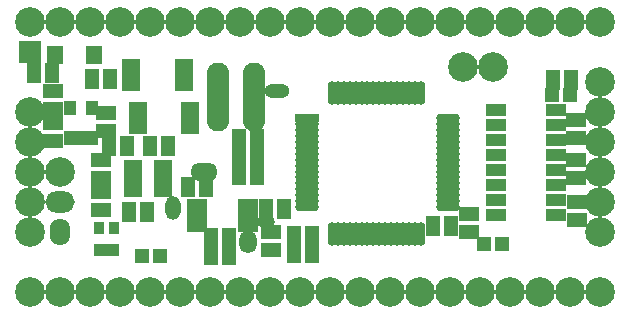
<source format=gts>
G04 (created by PCBNEW-RS274X (2011-05-25)-stable) date Fri 13 Mar 2015 11:37:05 GMT*
G01*
G70*
G90*
%MOIN*%
G04 Gerber Fmt 3.4, Leading zero omitted, Abs format*
%FSLAX34Y34*%
G04 APERTURE LIST*
%ADD10C,0.006000*%
%ADD11O,0.067200X0.090900*%
%ADD12O,0.098300X0.071200*%
%ADD13C,0.098700*%
%ADD14R,0.075000X0.075000*%
%ADD15R,0.080000X0.029800*%
%ADD16O,0.080000X0.029800*%
%ADD17O,0.029800X0.080000*%
%ADD18R,0.059400X0.047600*%
%ADD19R,0.040000X0.050000*%
%ADD20R,0.065000X0.040000*%
%ADD21R,0.045000X0.065000*%
%ADD22R,0.065000X0.045000*%
%ADD23R,0.070000X0.035000*%
%ADD24R,0.059400X0.030600*%
%ADD25R,0.051400X0.051400*%
%ADD26O,0.075100X0.230200*%
%ADD27R,0.035700X0.039700*%
%ADD28R,0.055400X0.060200*%
%ADD29O,0.090900X0.059400*%
%ADD30O,0.083000X0.047600*%
%ADD31O,0.059400X0.075100*%
%ADD32O,0.051500X0.079100*%
%ADD33O,0.059400X0.039700*%
G04 APERTURE END LIST*
G54D10*
G54D11*
X48000Y-38000D03*
G54D12*
X48000Y-37000D03*
G54D13*
X48000Y-36000D03*
G54D14*
X47000Y-32000D03*
G54D13*
X47000Y-38000D03*
X47000Y-37000D03*
X47000Y-36000D03*
X47000Y-35000D03*
X47000Y-34000D03*
X66000Y-38000D03*
X66000Y-37000D03*
X66000Y-36000D03*
X66000Y-35000D03*
X66000Y-34000D03*
X66000Y-33000D03*
X47000Y-40000D03*
X48000Y-40000D03*
X49000Y-40000D03*
X50000Y-40000D03*
X51000Y-40000D03*
X52000Y-40000D03*
X53000Y-40000D03*
X54000Y-40000D03*
X55000Y-40000D03*
X56000Y-40000D03*
X57000Y-40000D03*
X58000Y-40000D03*
X59000Y-40000D03*
X60000Y-40000D03*
X61000Y-40000D03*
X62000Y-40000D03*
X63000Y-40000D03*
X64000Y-40000D03*
X65000Y-40000D03*
X66000Y-40000D03*
X47000Y-31000D03*
X48000Y-31000D03*
X49000Y-31000D03*
X50000Y-31000D03*
X51000Y-31000D03*
X52000Y-31000D03*
X53000Y-31000D03*
X54000Y-31000D03*
X55000Y-31000D03*
X56000Y-31000D03*
X57000Y-31000D03*
X58000Y-31000D03*
X59000Y-31000D03*
X60000Y-31000D03*
X61000Y-31000D03*
X62000Y-31000D03*
X63000Y-31000D03*
X64000Y-31000D03*
X65000Y-31000D03*
X66000Y-31000D03*
X62450Y-32525D03*
X61450Y-32525D03*
G54D15*
X56239Y-34224D03*
G54D16*
X56239Y-34421D03*
X56239Y-34618D03*
X56239Y-34815D03*
X56239Y-35012D03*
X56239Y-35208D03*
X56239Y-35405D03*
X56239Y-35602D03*
X56239Y-35799D03*
X56239Y-35996D03*
X56239Y-36193D03*
X56239Y-36389D03*
X56239Y-36586D03*
X56239Y-36783D03*
X56239Y-36980D03*
X56239Y-37177D03*
G54D17*
X57074Y-38075D03*
X57271Y-38075D03*
X57468Y-38075D03*
X57665Y-38075D03*
X57862Y-38075D03*
X58058Y-38075D03*
X58255Y-38075D03*
X58452Y-38075D03*
X58649Y-38075D03*
X58846Y-38075D03*
X59043Y-38075D03*
X59239Y-38075D03*
X59436Y-38075D03*
X59633Y-38075D03*
X59830Y-38075D03*
X60027Y-38075D03*
G54D16*
X60925Y-37177D03*
X60925Y-36980D03*
X60925Y-36783D03*
X60925Y-36586D03*
X60925Y-36389D03*
X60925Y-36193D03*
X60925Y-35996D03*
X60925Y-35799D03*
X60925Y-35602D03*
X60925Y-35405D03*
X60925Y-35208D03*
X60925Y-35012D03*
X60925Y-34815D03*
X60925Y-34618D03*
X60925Y-34421D03*
X60925Y-34224D03*
G54D17*
X60027Y-33389D03*
X59830Y-33389D03*
X59436Y-33389D03*
X59633Y-33382D03*
X59239Y-33389D03*
X59043Y-33389D03*
X58846Y-33389D03*
X58649Y-33389D03*
X58452Y-33389D03*
X58255Y-33389D03*
X58061Y-33389D03*
X57864Y-33389D03*
X57667Y-33389D03*
X57470Y-33389D03*
X57274Y-33389D03*
X57077Y-33389D03*
G54D18*
X51450Y-35850D03*
X51450Y-36225D03*
X51450Y-36600D03*
X50450Y-36600D03*
X50450Y-36225D03*
X50450Y-35850D03*
G54D19*
X48325Y-34875D03*
X49075Y-34875D03*
X48325Y-33875D03*
X48700Y-34875D03*
X49075Y-33875D03*
G54D20*
X62543Y-33939D03*
X62543Y-34439D03*
X62543Y-34939D03*
X62543Y-35439D03*
X62543Y-35939D03*
X62543Y-36439D03*
X62543Y-36939D03*
X62543Y-37439D03*
X64543Y-37439D03*
X64543Y-36939D03*
X64543Y-36439D03*
X64543Y-35939D03*
X64543Y-35439D03*
X64543Y-34939D03*
X64543Y-34439D03*
X64543Y-33939D03*
G54D21*
X53975Y-36125D03*
X54575Y-36125D03*
X53975Y-34900D03*
X54575Y-34900D03*
X53975Y-35500D03*
X54575Y-35500D03*
G54D22*
X61625Y-37400D03*
X61625Y-38000D03*
G54D21*
X56400Y-38150D03*
X55800Y-38150D03*
G54D22*
X49375Y-35625D03*
X49375Y-36225D03*
G54D21*
X50900Y-37350D03*
X50300Y-37350D03*
X53650Y-38225D03*
X53050Y-38225D03*
X55800Y-38700D03*
X56400Y-38700D03*
X51600Y-35150D03*
X51000Y-35150D03*
X52875Y-36525D03*
X52275Y-36525D03*
G54D22*
X55025Y-38025D03*
X55025Y-38625D03*
G54D21*
X55475Y-37250D03*
X54875Y-37250D03*
X49625Y-35150D03*
X50225Y-35150D03*
G54D22*
X49525Y-34650D03*
X49525Y-34050D03*
X47775Y-33925D03*
X47775Y-33325D03*
X47775Y-34975D03*
X47775Y-34375D03*
X49375Y-37275D03*
X49375Y-36675D03*
G54D21*
X49675Y-32925D03*
X49075Y-32925D03*
G54D22*
X65225Y-37000D03*
X65225Y-37600D03*
G54D21*
X60450Y-37800D03*
X61050Y-37800D03*
X53650Y-38775D03*
X53050Y-38775D03*
G54D23*
X52575Y-37091D03*
X52575Y-37347D03*
X52575Y-37603D03*
X52575Y-37859D03*
X54275Y-37859D03*
X54275Y-37603D03*
X54275Y-37347D03*
X54275Y-37091D03*
G54D24*
X52350Y-34600D03*
X52350Y-34400D03*
X52350Y-34200D03*
X52350Y-34000D03*
X52350Y-33800D03*
X50600Y-33800D03*
X50600Y-34000D03*
X50600Y-34200D03*
X50600Y-34400D03*
X50600Y-34600D03*
X50375Y-32375D03*
X50375Y-32575D03*
X50375Y-32775D03*
X50375Y-32975D03*
X50375Y-33175D03*
X52125Y-33175D03*
X52125Y-32975D03*
X52125Y-32775D03*
X52125Y-32575D03*
X52125Y-32375D03*
G54D25*
X62155Y-38400D03*
X62745Y-38400D03*
X50755Y-38800D03*
X51345Y-38800D03*
G54D26*
X53284Y-33525D03*
X54466Y-33525D03*
G54D27*
X49806Y-37876D03*
X49294Y-37876D03*
X49294Y-38624D03*
X49550Y-38624D03*
X49806Y-38624D03*
G54D28*
X47854Y-32100D03*
X49146Y-32100D03*
G54D22*
X65200Y-35625D03*
X65200Y-36225D03*
X65217Y-34267D03*
X65217Y-34867D03*
G54D29*
X52800Y-36000D03*
G54D30*
X55250Y-33325D03*
G54D31*
X54275Y-38350D03*
G54D21*
X47725Y-32725D03*
X47125Y-32725D03*
G54D32*
X51775Y-37200D03*
G54D33*
X54875Y-37675D03*
G54D21*
X64425Y-32950D03*
X65025Y-32950D03*
G54D25*
X64405Y-33450D03*
X64995Y-33450D03*
M02*

</source>
